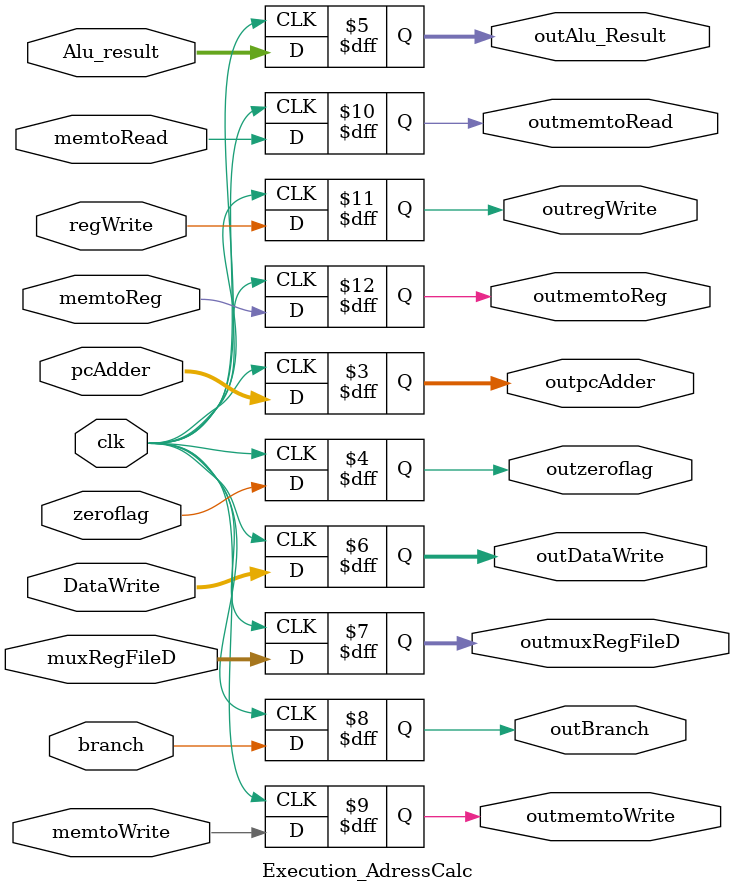
<source format=v>
module Execution_AdressCalc(
    input clk,
    input [31:0]pcAdder,//Me lo da el buffer anterior el ID
    input zeroflag,//Bandera de la ALU
    input [31:0]Alu_result,//Resultado de la ALU
    input [31:0]DataWrite,//Viene del banco de registros
    input [4:0]muxRegFileD,
    /*Todo esto lo agarramos de la Unidad de Control*/
    input branch,
    input memtoWrite,
    input memtoRead,
    input regWrite,
    input memtoReg,
    /*Salidas*/
    output reg [31:0]outpcAdder,
    output reg outzeroflag,
    output reg [31:0]outAlu_Result,
    output reg [31:0]outDataWrite,
    output reg [4:0]outmuxRegFileD,
    /*Unidad de control*/
    output reg outBranch,
    output reg outmemtoWrite,
    output reg outmemtoRead,
    output reg outregWrite,
    output reg outmemtoReg
);

initial begin
    outpcAdder=0;
    outzeroflag=0;
    outAlu_Result=0;
    outDataWrite=0;
    outmuxRegFileD=0;
    outBranch=0;
    outmemtoWrite=0;
    outmemtoRead=0;
    outregWrite=0;
    outmemtoReg=0;
end

always @(posedge clk)begin
    outpcAdder<=pcAdder;
    outzeroflag<=zeroflag;
    outAlu_Result<=Alu_result;
    outDataWrite<=DataWrite;
    outmuxRegFileD<=muxRegFileD;
    outBranch<=branch;
    outmemtoWrite<=memtoWrite;
    outmemtoRead<=memtoRead;
    outregWrite<=regWrite;
    outmemtoReg<=memtoReg;
end

endmodule
</source>
